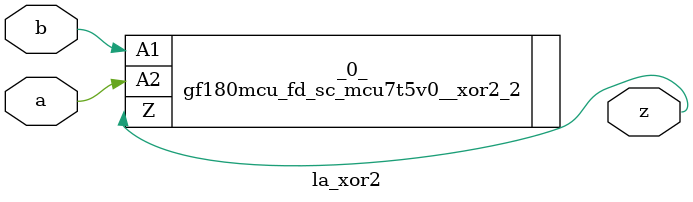
<source format=v>

/* Generated by Yosys 0.44 (git sha1 80ba43d26, g++ 11.4.0-1ubuntu1~22.04 -fPIC -O3) */

(* top =  1  *)
(* src = "generated" *)
module la_xor2 (
    a,
    b,
    z
);
  (* src = "generated" *)
  input a;
  wire a;
  (* src = "generated" *)
  input b;
  wire b;
  (* src = "generated" *)
  output z;
  wire z;
  gf180mcu_fd_sc_mcu7t5v0__xor2_2 _0_ (
      .A1(b),
      .A2(a),
      .Z (z)
  );
endmodule

</source>
